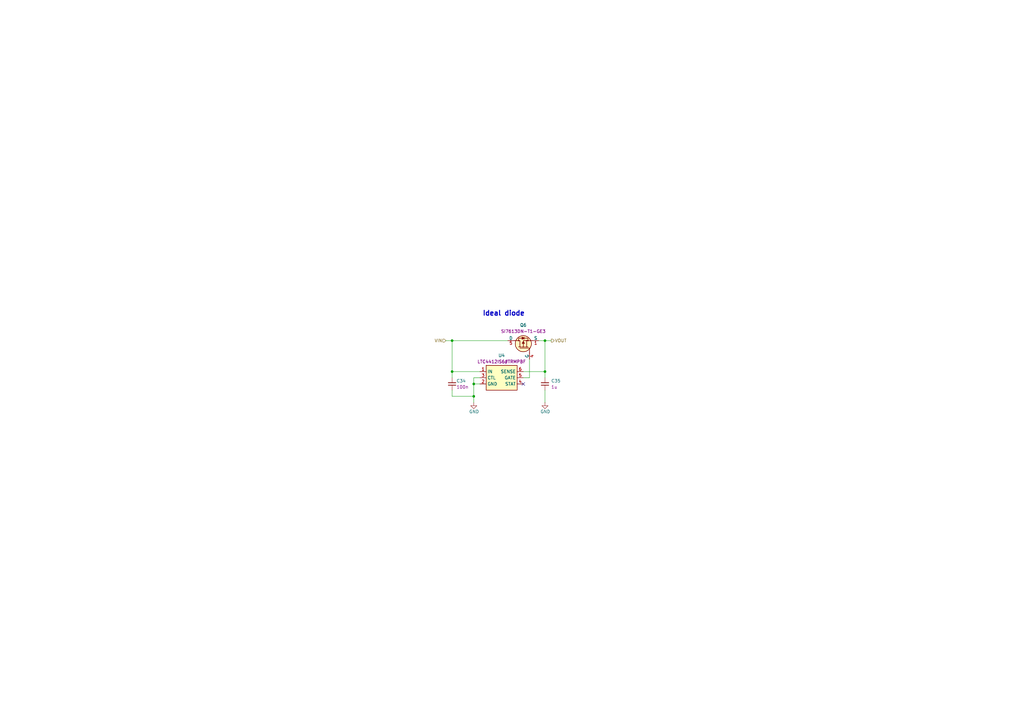
<source format=kicad_sch>
(kicad_sch (version 20250114) (generator "eeschema") (generator_version "9.0")
  (paper "A3")
  (title_block (title "OCuLink to PCIe adapter") (date "2025-06-18") (rev "1.0.0") (company "Antmicro Ltd") (comment 1 "www.antmicro.com"))
  (lib_symbols
    (symbol "antmicroCapacitors0402:C_100n_0402" (pin_numbers (hide yes)) (pin_names (hide yes))
      (property "Reference" "C" (at 20.32 -5.08 0))
      (property "Val" "100n" (at 20.32 -7.62 0))
      (symbol "C_100n_0402_0_1"
        (polyline (pts (xy 2.032 -1.524) (xy 2.032 1.524)) (stroke (width 0.3048)))
        (polyline (pts (xy 3.048 -1.524) (xy 3.048 1.524)) (stroke (width 0.3302)))
      )
      (symbol "C_100n_0402_1_1"
        (pin passive line (at 0 0 0) (length 2.032) (name "~") (number "1"))
        (pin passive line (at 5.08 0 180) (length 2.032) (name "~") (number "2"))
      )
    )
    (symbol "antmicroCapacitors0603:C_1u_25V_0603" (pin_numbers (hide yes)) (pin_names (hide yes))
      (property "Reference" "C" (at 20.32 -5.08 0))
      (property "Val" "1u" (at 20.32 -7.62 0))
      (symbol "C_1u_25V_0603_0_1"
        (polyline (pts (xy 2.032 -1.524) (xy 2.032 1.524)) (stroke (width 0.3048)))
        (polyline (pts (xy 3.048 -1.524) (xy 3.048 1.524)) (stroke (width 0.3302)))
      )
      (symbol "C_1u_25V_0603_1_1"
        (pin passive line (at 0 0 0) (length 2.032) (name "~") (number "1"))
        (pin passive line (at 5.08 0 180) (length 2.032) (name "~") (number "2"))
      )
    )
    (symbol "antmicroPMICORControllersIdealDiodes:LTC4412IS6"
      (property "Reference" "U" (at 31.75 -2.54 0))
      (property "MPN" "LTC4412IS6#TRMPBF" (at 31.75 -12.7 0))
      (symbol "LTC4412IS6_1_1"
        (rectangle (start 2.54 2.54) (end 15.24 -7.62) (stroke (width 0.254)) (fill (type background)))
        (pin power_in line (at 0 0 0) (length 2.54) (name "IN") (number "1"))
        (pin input line (at 0 -2.54 0) (length 2.54) (name "CTL") (number "3"))
        (pin power_in line (at 0 -5.08 0) (length 2.54) (name "GND") (number "2"))
        (pin input line (at 17.78 0 180) (length 2.54) (name "SENSE") (number "6"))
        (pin output line (at 17.78 -2.54 180) (length 2.54) (name "GATE") (number "5"))
        (pin output line (at 17.78 -5.08 180) (length 2.54) (name "STAT") (number "4"))
      )
    )
    (symbol "antmicroTransistorsFETsMOSFETsSingle:SI7613DN-T1-GE3" (pin_names (offset 0))
      (property "Reference" "Q" (at 15.24 5.08 0))
      (property "MPN" "SI7613DN-T1-GE3" (at 15.24 -5.08 0))
      (symbol "SI7613DN-T1-GE3_1_1"
        (polyline (pts (xy 2.54 0) (xy 4.572 0) (xy 4.572 3.937)) (stroke (width 0.254)))
        (polyline (pts (xy 5.08 4.445) (xy 5.08 3.429)) (stroke (width 0.254)) (fill (type background)))
        (polyline (pts (xy 5.08 2.54) (xy 5.08 3.048)) (stroke (width 0.254)) (fill (type background)))
        (polyline (pts (xy 5.08 2.54) (xy 5.08 2.032)) (stroke (width 0.254)) (fill (type background)))
        (polyline (pts (xy 5.08 1.143) (xy 5.08 1.651)) (stroke (width 0.254)) (fill (type background)))
        (polyline (pts (xy 5.08 1.143) (xy 5.08 0.635)) (stroke (width 0.254)) (fill (type background)))
        (circle (center 6.35 2.54) (radius 3.302) (stroke (width 0.254)) (fill (type background)))
        (polyline (pts (xy 7.239 2.54) (xy 6.477 3.048) (xy 6.477 2.032) (xy 7.239 2.54)) (stroke (width 0.254)) (fill (type outline)))
        (polyline (pts (xy 7.493 0.635) (xy 8.636 0.635) (xy 8.636 3.937) (xy 8.636 4.445) (xy 7.493 4.445)) (stroke (width 0.254)) (fill (type background)))
        (polyline (pts (xy 7.62 6.35) (xy 7.62 3.937) (xy 5.08 3.937)) (stroke (width 0.254)))
        (circle (center 7.62 4.445) (radius 0.127) (stroke (width 0.254)) (fill (type background)))
        (polyline (pts (xy 7.62 1.143) (xy 5.08 1.143)) (stroke (width 0.254)) (fill (type background)))
        (circle (center 7.62 1.143) (radius 0.127) (stroke (width 0.254)) (fill (type background)))
        (circle (center 7.62 0.635) (radius 0.127) (stroke (width 0.254)) (fill (type background)))
        (polyline (pts (xy 7.62 -1.27) (xy 7.62 2.54) (xy 5.08 2.54)) (stroke (width 0.254)))
        (polyline (pts (xy 8.636 2.286) (xy 8.128 3.048) (xy 9.144 3.048) (xy 8.636 2.286)) (stroke (width 0.254)) (fill (type outline)))
        (polyline (pts (xy 9.144 2.2352) (xy 8.128 2.2352)) (stroke (width 0.254)) (fill (type background)))
        (pin input line (at 0 0 0) (length 2.54) (name "G") (number "4"))
        (pin passive line (at 7.62 8.89 270) (length 2.54) (name "D") (number "5"))
        (pin passive line (at 7.62 -3.81 90) (length 2.54) (name "S") (number "1"))
        (pin passive line (at 7.62 -3.81 90) (length 2.54) (hide yes) (name "S") (number "2"))
        (pin passive line (at 7.62 -3.81 90) (length 2.54) (hide yes) (name "S") (number "3"))
      )
    )
    (symbol "antmicropower:GND" (power) (pin_numbers (hide yes)) (pin_names (hide yes))
      (property "Value" "GND" (at 8.89 -5.08 0))
      (symbol "GND_1_1"
        (polyline (pts (xy 0 0) (xy 0 -1.27) (xy 1.27 -1.27) (xy 0 -2.54) (xy -1.27 -1.27) (xy 0 -1.27)))
        (pin power_in line (at 0 0 270) (length 0) (name "GND") (number "1"))
      )
    )
  )
  (text "Ideal diode" (at 197.866 129.794 0) (effects (font (size 2 2) (thickness 0.4) (bold yes)) (justify left bottom)))
  (junction (at 194.31 162.56))
  (junction (at 194.31 157.48))
  (junction (at 223.52 139.7))
  (junction (at 185.42 152.4))
  (junction (at 185.42 139.7))
  (junction (at 223.52 152.4))
  (no_connect (at 214.63 157.48))
  (wire (pts (xy 185.42 152.4) (xy 185.42 154.94)))
  (wire (pts (xy 194.31 154.94) (xy 196.85 154.94)))
  (wire (pts (xy 194.31 157.48) (xy 194.31 162.56)))
  (wire (pts (xy 194.31 154.94) (xy 194.31 157.48)))
  (wire (pts (xy 217.17 154.94) (xy 217.17 147.32)))
  (wire (pts (xy 194.31 157.48) (xy 196.85 157.48)))
  (wire (pts (xy 194.31 162.56) (xy 194.31 165.1)))
  (wire (pts (xy 185.42 152.4) (xy 196.85 152.4)))
  (wire (pts (xy 223.52 160.02) (xy 223.52 165.1)))
  (wire (pts (xy 214.63 154.94) (xy 217.17 154.94)))
  (wire (pts (xy 223.52 139.7) (xy 223.52 152.4)))
  (wire (pts (xy 223.52 139.7) (xy 226.06 139.7)))
  (wire (pts (xy 185.42 162.56) (xy 194.31 162.56)))
  (wire (pts (xy 185.42 160.02) (xy 185.42 162.56)))
  (wire (pts (xy 220.98 139.7) (xy 223.52 139.7)))
  (wire (pts (xy 214.63 152.4) (xy 223.52 152.4)))
  (wire (pts (xy 185.42 139.7) (xy 185.42 152.4)))
  (wire (pts (xy 182.88 139.7) (xy 185.42 139.7)))
  (wire (pts (xy 223.52 152.4) (xy 223.52 154.94)))
  (wire (pts (xy 185.42 139.7) (xy 208.28 139.7)))
  (hierarchical_label "VIN" (shape input) (at 182.88 139.7 180))
  (hierarchical_label "VOUT" (shape output) (at 226.06 139.7 0))
  (symbol (lib_id "antmicroCapacitors0402:C_100n_0402") (at 185.42 160.02 90) (unit 1)
    (property "Reference" "C32" (at 187.198 156.21 90) (effects (justify right)))
    (property "Value" "C_100n_0402" (effects (hide yes)))
    (property "Footprint" "antmicro-footprints:C_0402_1005Metric" (effects (hide yes)))
    (property "Datasheet" "https://www.murata.com/products/productdetail?partno=GRM155R61H104KE14%23" (effects (hide yes)))
    (property "Description" "SMD Multilayer Ceramic Capacitor, 0.1 µF, 50 V, 0402 [1005 Metric], ± 10%, X5R, GRM Series" (effects (hide yes)))
    (property "MPN" "GRM155R61H104KE14D" (effects (hide yes)))
    (property "Manufacturer" "Murata" (effects (hide yes)))
    (property "License" "Apache-2.0" (effects (hide yes)))
    (property "Author" "Antmicro" (effects (hide yes)))
    (property "Val" "100n" (at 187.198 158.75 90) (effects (justify right)))
    (property "Voltage" "50V" (effects (hide yes)))
    (property "Dielectric" "X5R" (effects (hide yes)))
    (instances (project "oculink-to-pcie-adapter" (path "" (reference "C34") (unit 1)) (path "" (reference "C32") (unit 1))))
  )
  (symbol (lib_id "antmicroPMICORControllersIdealDiodes:LTC4412IS6") (at 196.85 152.4 0) (unit 1)
    (property "Reference" "U3" (at 205.74 145.796 0))
    (property "Value" "LTC4412IS6" (effects (hide yes)))
    (property "Footprint" "antmicro-footprints:SOT-23-6" (effects (hide yes)))
    (property "Datasheet" "https://www.analog.com/media/en/technical-documentation/data-sheets/4412fb.pdf" (effects (hide yes)))
    (property "Description" "Ideal diode controller" (effects (hide yes)))
    (property "MPN" "LTC4412IS6#TRMPBF" (at 205.74 148.336 0))
    (property "Manufacturer" "Analog Devices" (effects (hide yes)))
    (property "Author" "Antmicro" (effects (hide yes)))
    (property "License" "Apache-2.0" (effects (hide yes)))
    (instances (project "oculink-to-pcie-adapter" (path "" (reference "U4") (unit 1)) (path "" (reference "U3") (unit 1))))
  )
  (symbol (lib_id "antmicroTransistorsFETsMOSFETsSingle:SI7613DN-T1-GE3") (at 217.17 147.32 90) (unit 1)
    (property "Reference" "Q5" (at 214.63 133.35 90))
    (property "Value" "SI7613DN-T1-GE3" (effects (hide yes)))
    (property "Footprint" "antmicro-footprints:Vishay_PowerPAK_1212-8_Single" (effects (hide yes)))
    (property "Datasheet" "https://www.vishay.com/docs/64809/si7613dn.pdf" (effects (hide yes)))
    (property "Description" "Power MOSFET, P Channel, 20 V, 35 A, 0.0072 ohm, PowerPAK 1212, Surface Mount" (effects (hide yes)))
    (property "MPN" "SI7613DN-T1-GE3" (at 214.63 135.89 90))
    (property "Manufacturer" "Vishay" (effects (hide yes)))
    (property "Author" "Antmicro" (effects (hide yes)))
    (property "License" "Apache-2.0" (effects (hide yes)))
    (instances (project "oculink-to-pcie-adapter" (path "" (reference "Q6") (unit 1)) (path "" (reference "Q5") (unit 1))))
  )
  (symbol (lib_id "antmicropower:GND") (at 194.31 165.1 0) (unit 1)
    (property "Reference" "#PWR080" (effects (hide yes)))
    (property "Value" "GND" (at 192.405 169.545 0) (effects (justify left bottom)))
    (property "Author" "Antmicro" (effects (hide yes)))
    (property "License" "Apache-2.0" (effects (hide yes)))
    (instances (project "oculink-to-pcie-adapter" (path "" (reference "#PWR082") (unit 1)) (path "" (reference "#PWR080") (unit 1))))
  )
  (symbol (lib_id "antmicroCapacitors0603:C_1u_25V_0603") (at 223.52 160.02 90) (unit 1)
    (property "Reference" "C33" (at 226.06 156.2036 90) (effects (justify right)))
    (property "Value" "C_1u_25V_0603" (effects (hide yes)))
    (property "Footprint" "antmicro-footprints:C_0603_1608Metric" (effects (hide yes)))
    (property "Datasheet" "https://product.samsungsem.com/mlcc/CL10A105KA8NNN.do" (effects (hide yes)))
    (property "Description" "SMD Multilayer Ceramic Capacitor, 1 µF, 25 V, 0603 [1608 Metric], ± 10%, X5R, CL" (effects (hide yes)))
    (property "MPN" "CL10A105KA8NNNC" (effects (hide yes)))
    (property "Manufacturer" "Samsung Electro-Mechanics" (effects (hide yes)))
    (property "License" "Apache-2.0" (effects (hide yes)))
    (property "Author" "Antmicro" (effects (hide yes)))
    (property "Val" "1u" (at 226.06 158.7436 90) (effects (justify right)))
    (property "Voltage" "25V" (effects (hide yes)))
    (instances (project "oculink-to-pcie-adapter" (path "" (reference "C35") (unit 1)) (path "" (reference "C33") (unit 1))))
  )
  (symbol (lib_id "antmicropower:GND") (at 223.52 165.1 0) (unit 1)
    (property "Reference" "#PWR081" (effects (hide yes)))
    (property "Value" "GND" (at 221.615 169.545 0) (effects (justify left bottom)))
    (property "Author" "Antmicro" (effects (hide yes)))
    (property "License" "Apache-2.0" (effects (hide yes)))
    (instances (project "oculink-to-pcie-adapter" (path "" (reference "#PWR084") (unit 1)) (path "" (reference "#PWR081") (unit 1))))
  )
)
</source>
